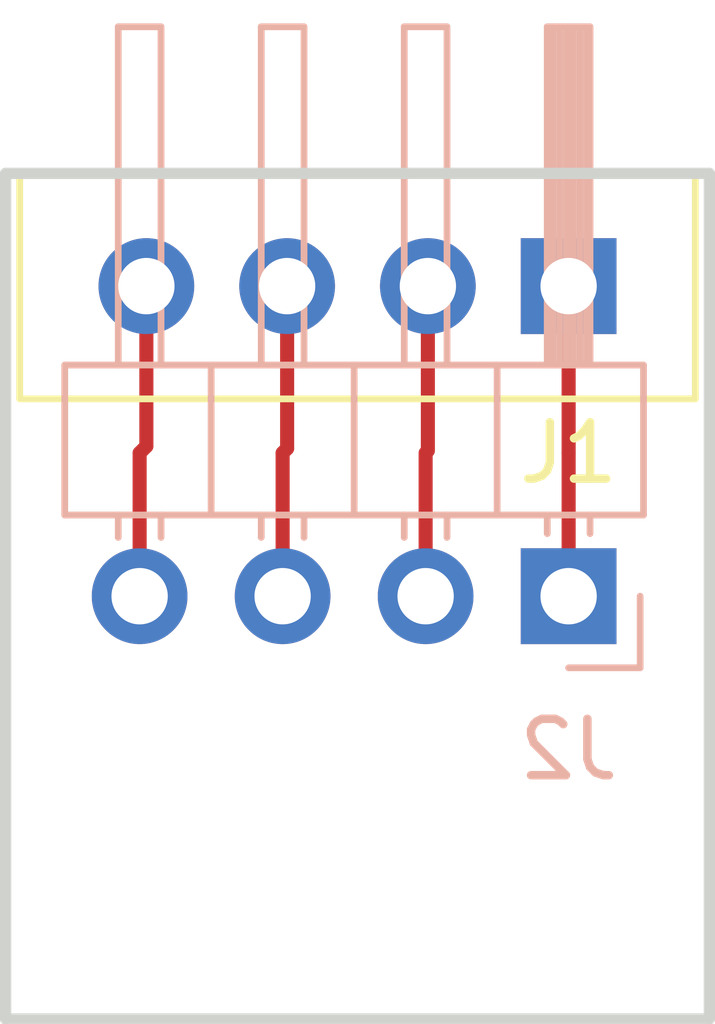
<source format=kicad_pcb>
(kicad_pcb (version 20171130) (host pcbnew 5.0.1-33cea8e~68~ubuntu18.10.1)

  (general
    (thickness 1.6)
    (drawings 4)
    (tracks 16)
    (zones 0)
    (modules 2)
    (nets 1)
  )

  (page A4)
  (layers
    (0 F.Cu signal)
    (31 B.Cu signal)
    (32 B.Adhes user)
    (33 F.Adhes user)
    (34 B.Paste user)
    (35 F.Paste user)
    (36 B.SilkS user)
    (37 F.SilkS user)
    (38 B.Mask user)
    (39 F.Mask user)
    (40 Dwgs.User user)
    (41 Cmts.User user)
    (42 Eco1.User user)
    (43 Eco2.User user)
    (44 Edge.Cuts user)
    (45 Margin user)
    (46 B.CrtYd user)
    (47 F.CrtYd user)
    (48 B.Fab user hide)
    (49 F.Fab user hide)
  )

  (setup
    (last_trace_width 0.25)
    (trace_clearance 0.2)
    (zone_clearance 0.508)
    (zone_45_only no)
    (trace_min 0.2)
    (segment_width 0.2)
    (edge_width 0.15)
    (via_size 0.8)
    (via_drill 0.4)
    (via_min_size 0.4)
    (via_min_drill 0.3)
    (uvia_size 0.3)
    (uvia_drill 0.1)
    (uvias_allowed no)
    (uvia_min_size 0.2)
    (uvia_min_drill 0.1)
    (pcb_text_width 0.3)
    (pcb_text_size 1.5 1.5)
    (mod_edge_width 0.15)
    (mod_text_size 1 1)
    (mod_text_width 0.15)
    (pad_size 1.524 1.524)
    (pad_drill 0.762)
    (pad_to_mask_clearance 0.051)
    (solder_mask_min_width 0.25)
    (aux_axis_origin 31.75 32)
    (grid_origin 34.13 39.5)
    (visible_elements FFFFFF7F)
    (pcbplotparams
      (layerselection 0x010fc_ffffffff)
      (usegerberextensions false)
      (usegerberattributes false)
      (usegerberadvancedattributes false)
      (creategerberjobfile false)
      (excludeedgelayer true)
      (linewidth 0.100000)
      (plotframeref false)
      (viasonmask false)
      (mode 1)
      (useauxorigin false)
      (hpglpennumber 1)
      (hpglpenspeed 20)
      (hpglpendiameter 15.000000)
      (psnegative false)
      (psa4output false)
      (plotreference true)
      (plotvalue true)
      (plotinvisibletext false)
      (padsonsilk false)
      (subtractmaskfromsilk false)
      (outputformat 1)
      (mirror false)
      (drillshape 1)
      (scaleselection 1)
      (outputdirectory ""))
  )

  (net 0 "")

  (net_class Default "This is the default net class."
    (clearance 0.2)
    (trace_width 0.25)
    (via_dia 0.8)
    (via_drill 0.4)
    (uvia_dia 0.3)
    (uvia_drill 0.1)
  )

  (module pwrbtn:male_blade (layer F.Cu) (tedit 5BD9DBCB) (tstamp 5BD8C032)
    (at 38 34 180)
    (descr "Through hole straight pin header, 1x04, 2.54mm pitch, single row")
    (tags "Through hole pin header THT 1x04 2.54mm single row")
    (fp_text reference J1 (at -3.75 -2.96) (layer F.SilkS)
      (effects (font (size 1 1) (thickness 0.15)))
    )
    (fp_text value male_blade (at 0 -2.54) (layer F.Fab)
      (effects (font (size 1 1) (thickness 0.15)))
    )
    (fp_line (start 6 2) (end 6 -2) (layer F.SilkS) (width 0.12))
    (fp_line (start -6 -2) (end 6 -2) (layer F.SilkS) (width 0.12))
    (fp_line (start -6 2) (end 6 2) (layer F.SilkS) (width 0.12))
    (fp_line (start -6 2) (end -6 -2) (layer F.SilkS) (width 0.12))
    (fp_text user %R (at 0 -4) (layer F.Fab)
      (effects (font (size 1 1) (thickness 0.15)))
    )
    (pad 1 thru_hole rect (at -3.75 0 270) (size 1.7 1.7) (drill 1) (layers *.Cu *.Mask))
    (pad 2 thru_hole circle (at -1.25 0 270) (size 1.7 1.7) (drill 1) (layers *.Cu *.Mask))
    (pad 3 thru_hole circle (at 1.25 0 270) (size 1.7 1.7) (drill 1) (layers *.Cu *.Mask))
    (pad 4 thru_hole circle (at 3.75 0 270) (size 1.7 1.7) (drill 1) (layers *.Cu *.Mask))
    (model ${KIPRJMOD}/male_blade.step
      (offset (xyz -6.15 -1.5 0))
      (scale (xyz 1 1 1))
      (rotate (xyz -90 0 0))
    )
  )

  (module Connector_PinHeader_2.54mm:PinHeader_1x04_P2.54mm_Horizontal (layer B.Cu) (tedit 5BD9DBB8) (tstamp 5BD98BF9)
    (at 41.75 39.5 90)
    (descr "Through hole angled pin header, 1x04, 2.54mm pitch, 6mm pin length, single row")
    (tags "Through hole angled pin header THT 1x04 2.54mm single row")
    (fp_text reference J2 (at -2.72 0 180) (layer B.SilkS)
      (effects (font (size 1 1) (thickness 0.15)) (justify mirror))
    )
    (fp_text value PinHeader_1x04_P2.54mm_Horizontal (at 4.385 -9.89 90) (layer B.Fab)
      (effects (font (size 1 1) (thickness 0.15)) (justify mirror))
    )
    (fp_text user %R (at 2.77 -3.81) (layer B.Fab)
      (effects (font (size 1 1) (thickness 0.15)) (justify mirror))
    )
    (fp_line (start 10.55 1.8) (end -1.8 1.8) (layer B.CrtYd) (width 0.05))
    (fp_line (start 10.55 -9.4) (end 10.55 1.8) (layer B.CrtYd) (width 0.05))
    (fp_line (start -1.8 -9.4) (end 10.55 -9.4) (layer B.CrtYd) (width 0.05))
    (fp_line (start -1.8 1.8) (end -1.8 -9.4) (layer B.CrtYd) (width 0.05))
    (fp_line (start -1.27 1.27) (end 0 1.27) (layer B.SilkS) (width 0.12))
    (fp_line (start -1.27 0) (end -1.27 1.27) (layer B.SilkS) (width 0.12))
    (fp_line (start 1.042929 -8) (end 1.44 -8) (layer B.SilkS) (width 0.12))
    (fp_line (start 1.042929 -7.24) (end 1.44 -7.24) (layer B.SilkS) (width 0.12))
    (fp_line (start 10.1 -8) (end 4.1 -8) (layer B.SilkS) (width 0.12))
    (fp_line (start 10.1 -7.24) (end 10.1 -8) (layer B.SilkS) (width 0.12))
    (fp_line (start 4.1 -7.24) (end 10.1 -7.24) (layer B.SilkS) (width 0.12))
    (fp_line (start 1.44 -6.35) (end 4.1 -6.35) (layer B.SilkS) (width 0.12))
    (fp_line (start 1.042929 -5.46) (end 1.44 -5.46) (layer B.SilkS) (width 0.12))
    (fp_line (start 1.042929 -4.7) (end 1.44 -4.7) (layer B.SilkS) (width 0.12))
    (fp_line (start 10.1 -5.46) (end 4.1 -5.46) (layer B.SilkS) (width 0.12))
    (fp_line (start 10.1 -4.7) (end 10.1 -5.46) (layer B.SilkS) (width 0.12))
    (fp_line (start 4.1 -4.7) (end 10.1 -4.7) (layer B.SilkS) (width 0.12))
    (fp_line (start 1.44 -3.81) (end 4.1 -3.81) (layer B.SilkS) (width 0.12))
    (fp_line (start 1.042929 -2.92) (end 1.44 -2.92) (layer B.SilkS) (width 0.12))
    (fp_line (start 1.042929 -2.16) (end 1.44 -2.16) (layer B.SilkS) (width 0.12))
    (fp_line (start 10.1 -2.92) (end 4.1 -2.92) (layer B.SilkS) (width 0.12))
    (fp_line (start 10.1 -2.16) (end 10.1 -2.92) (layer B.SilkS) (width 0.12))
    (fp_line (start 4.1 -2.16) (end 10.1 -2.16) (layer B.SilkS) (width 0.12))
    (fp_line (start 1.44 -1.27) (end 4.1 -1.27) (layer B.SilkS) (width 0.12))
    (fp_line (start 1.11 -0.38) (end 1.44 -0.38) (layer B.SilkS) (width 0.12))
    (fp_line (start 1.11 0.38) (end 1.44 0.38) (layer B.SilkS) (width 0.12))
    (fp_line (start 4.1 -0.28) (end 10.1 -0.28) (layer B.SilkS) (width 0.12))
    (fp_line (start 4.1 -0.16) (end 10.1 -0.16) (layer B.SilkS) (width 0.12))
    (fp_line (start 4.1 -0.04) (end 10.1 -0.04) (layer B.SilkS) (width 0.12))
    (fp_line (start 4.1 0.08) (end 10.1 0.08) (layer B.SilkS) (width 0.12))
    (fp_line (start 4.1 0.2) (end 10.1 0.2) (layer B.SilkS) (width 0.12))
    (fp_line (start 4.1 0.32) (end 10.1 0.32) (layer B.SilkS) (width 0.12))
    (fp_line (start 10.1 -0.38) (end 4.1 -0.38) (layer B.SilkS) (width 0.12))
    (fp_line (start 10.1 0.38) (end 10.1 -0.38) (layer B.SilkS) (width 0.12))
    (fp_line (start 4.1 0.38) (end 10.1 0.38) (layer B.SilkS) (width 0.12))
    (fp_line (start 4.1 1.33) (end 1.44 1.33) (layer B.SilkS) (width 0.12))
    (fp_line (start 4.1 -8.95) (end 4.1 1.33) (layer B.SilkS) (width 0.12))
    (fp_line (start 1.44 -8.95) (end 4.1 -8.95) (layer B.SilkS) (width 0.12))
    (fp_line (start 1.44 1.33) (end 1.44 -8.95) (layer B.SilkS) (width 0.12))
    (fp_line (start 4.04 -7.94) (end 10.04 -7.94) (layer B.Fab) (width 0.1))
    (fp_line (start 10.04 -7.3) (end 10.04 -7.94) (layer B.Fab) (width 0.1))
    (fp_line (start 4.04 -7.3) (end 10.04 -7.3) (layer B.Fab) (width 0.1))
    (fp_line (start -0.32 -7.94) (end 1.5 -7.94) (layer B.Fab) (width 0.1))
    (fp_line (start -0.32 -7.3) (end -0.32 -7.94) (layer B.Fab) (width 0.1))
    (fp_line (start -0.32 -7.3) (end 1.5 -7.3) (layer B.Fab) (width 0.1))
    (fp_line (start 4.04 -5.4) (end 10.04 -5.4) (layer B.Fab) (width 0.1))
    (fp_line (start 10.04 -4.76) (end 10.04 -5.4) (layer B.Fab) (width 0.1))
    (fp_line (start 4.04 -4.76) (end 10.04 -4.76) (layer B.Fab) (width 0.1))
    (fp_line (start -0.32 -5.4) (end 1.5 -5.4) (layer B.Fab) (width 0.1))
    (fp_line (start -0.32 -4.76) (end -0.32 -5.4) (layer B.Fab) (width 0.1))
    (fp_line (start -0.32 -4.76) (end 1.5 -4.76) (layer B.Fab) (width 0.1))
    (fp_line (start 4.04 -2.86) (end 10.04 -2.86) (layer B.Fab) (width 0.1))
    (fp_line (start 10.04 -2.22) (end 10.04 -2.86) (layer B.Fab) (width 0.1))
    (fp_line (start 4.04 -2.22) (end 10.04 -2.22) (layer B.Fab) (width 0.1))
    (fp_line (start -0.32 -2.86) (end 1.5 -2.86) (layer B.Fab) (width 0.1))
    (fp_line (start -0.32 -2.22) (end -0.32 -2.86) (layer B.Fab) (width 0.1))
    (fp_line (start -0.32 -2.22) (end 1.5 -2.22) (layer B.Fab) (width 0.1))
    (fp_line (start 4.04 -0.32) (end 10.04 -0.32) (layer B.Fab) (width 0.1))
    (fp_line (start 10.04 0.32) (end 10.04 -0.32) (layer B.Fab) (width 0.1))
    (fp_line (start 4.04 0.32) (end 10.04 0.32) (layer B.Fab) (width 0.1))
    (fp_line (start -0.32 -0.32) (end 1.5 -0.32) (layer B.Fab) (width 0.1))
    (fp_line (start -0.32 0.32) (end -0.32 -0.32) (layer B.Fab) (width 0.1))
    (fp_line (start -0.32 0.32) (end 1.5 0.32) (layer B.Fab) (width 0.1))
    (fp_line (start 1.5 0.635) (end 2.135 1.27) (layer B.Fab) (width 0.1))
    (fp_line (start 1.5 -8.89) (end 1.5 0.635) (layer B.Fab) (width 0.1))
    (fp_line (start 4.04 -8.89) (end 1.5 -8.89) (layer B.Fab) (width 0.1))
    (fp_line (start 4.04 1.27) (end 4.04 -8.89) (layer B.Fab) (width 0.1))
    (fp_line (start 2.135 1.27) (end 4.04 1.27) (layer B.Fab) (width 0.1))
    (pad 4 thru_hole oval (at 0 -7.62 90) (size 1.7 1.7) (drill 1) (layers *.Cu *.Mask))
    (pad 3 thru_hole oval (at 0 -5.08 90) (size 1.7 1.7) (drill 1) (layers *.Cu *.Mask))
    (pad 2 thru_hole oval (at 0 -2.54 90) (size 1.7 1.7) (drill 1) (layers *.Cu *.Mask))
    (pad 1 thru_hole rect (at 0 0 90) (size 1.7 1.7) (drill 1) (layers *.Cu *.Mask))
    (model ${KISYS3DMOD}/Connector_PinHeader_2.54mm.3dshapes/PinHeader_1x04_P2.54mm_Horizontal.wrl
      (at (xyz 0 0 0))
      (scale (xyz 1 1 1))
      (rotate (xyz 0 0 0))
    )
  )

  (gr_line (start 31.75 32) (end 44.25 32) (layer Edge.Cuts) (width 0.2))
  (gr_line (start 31.75 47) (end 31.75 32) (layer Edge.Cuts) (width 0.2))
  (gr_line (start 44.25 47) (end 31.75 47) (layer Edge.Cuts) (width 0.2))
  (gr_line (start 44.25 32) (end 44.25 47) (layer Edge.Cuts) (width 0.2))

  (segment (start 41.75 34) (end 41.75 35.1) (width 0.25) (layer F.Cu) (net 0))
  (segment (start 39.25 39.46) (end 39.21 39.5) (width 0.25) (layer F.Cu) (net 0))
  (segment (start 36.75 39.42) (end 36.67 39.5) (width 0.25) (layer F.Cu) (net 0))
  (segment (start 34.25 39.38) (end 34.13 39.5) (width 0.25) (layer F.Cu) (net 0))
  (segment (start 39.25 34) (end 39.25 36) (width 0.25) (layer F.Cu) (net 0))
  (segment (start 41.75 34) (end 41.75 36) (width 0.25) (layer F.Cu) (net 0))
  (segment (start 41.75 39.5) (end 41.75 36.96) (width 0.25) (layer F.Cu) (net 0))
  (segment (start 39.21 39.5) (end 39.21 36.96) (width 0.25) (layer F.Cu) (net 0))
  (segment (start 34.13 36.96) (end 34.13 39.5) (width 0.25) (layer F.Cu) (net 0))
  (segment (start 34.25 34) (end 34.25 36.84) (width 0.25) (layer F.Cu) (net 0))
  (segment (start 34.25 36.84) (end 34.13 36.96) (width 0.25) (layer F.Cu) (net 0))
  (segment (start 36.67 36.96) (end 36.67 39.5) (width 0.25) (layer F.Cu) (net 0))
  (segment (start 36.75 34) (end 36.75 36.88) (width 0.25) (layer F.Cu) (net 0))
  (segment (start 36.75 36.88) (end 36.67 36.96) (width 0.25) (layer F.Cu) (net 0))
  (segment (start 39.25 36) (end 39.25 36.92) (width 0.25) (layer F.Cu) (net 0))
  (segment (start 41.75 36) (end 41.75 36.96) (width 0.25) (layer F.Cu) (net 0))

)

</source>
